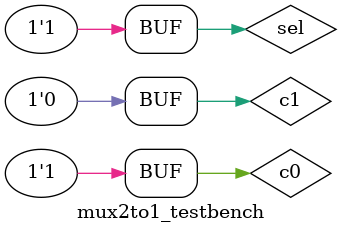
<source format=v>
module mux2to1_testbench();
	wire out;
	reg c0;
	reg c1;
	reg sel;
	
	mux2to1 muxA(out,c0,c1,sel);
	initial begin
		c0= 1'b1 ; c1= 1'b0; sel= 1'b0;
		#20;
		c0= 1'b1 ; c1= 1'b0; sel= 1'b1;
		#20;
	end
 
	initial begin
		$monitor(" c0=%1b c1=%1b sel=%1b out=%1b",c0,c1,sel,out);
	end
							
							
endmodule
</source>
